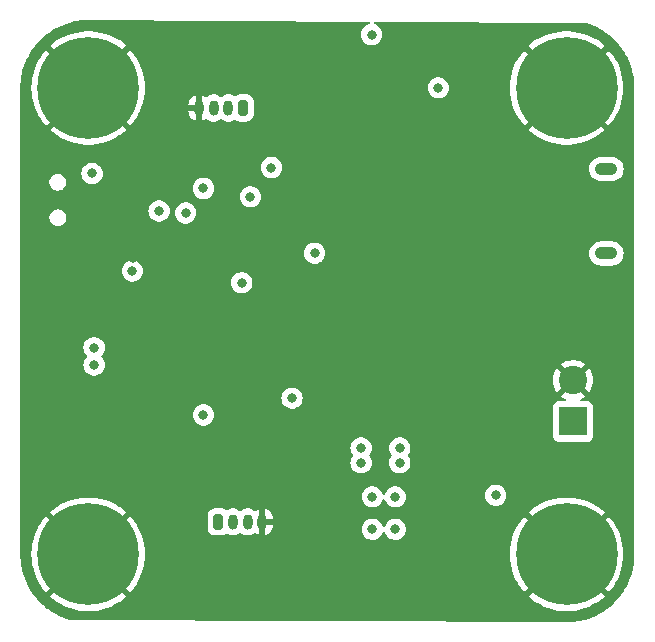
<source format=gbr>
%TF.GenerationSoftware,KiCad,Pcbnew,7.0.2*%
%TF.CreationDate,2023-05-29T20:24:48+05:30*%
%TF.ProjectId,STM_32_Board,53544d5f-3332-45f4-926f-6172642e6b69,rev?*%
%TF.SameCoordinates,Original*%
%TF.FileFunction,Copper,L2,Inr*%
%TF.FilePolarity,Positive*%
%FSLAX46Y46*%
G04 Gerber Fmt 4.6, Leading zero omitted, Abs format (unit mm)*
G04 Created by KiCad (PCBNEW 7.0.2) date 2023-05-29 20:24:48*
%MOMM*%
%LPD*%
G01*
G04 APERTURE LIST*
G04 Aperture macros list*
%AMRoundRect*
0 Rectangle with rounded corners*
0 $1 Rounding radius*
0 $2 $3 $4 $5 $6 $7 $8 $9 X,Y pos of 4 corners*
0 Add a 4 corners polygon primitive as box body*
4,1,4,$2,$3,$4,$5,$6,$7,$8,$9,$2,$3,0*
0 Add four circle primitives for the rounded corners*
1,1,$1+$1,$2,$3*
1,1,$1+$1,$4,$5*
1,1,$1+$1,$6,$7*
1,1,$1+$1,$8,$9*
0 Add four rect primitives between the rounded corners*
20,1,$1+$1,$2,$3,$4,$5,0*
20,1,$1+$1,$4,$5,$6,$7,0*
20,1,$1+$1,$6,$7,$8,$9,0*
20,1,$1+$1,$8,$9,$2,$3,0*%
G04 Aperture macros list end*
%TA.AperFunction,ComponentPad*%
%ADD10RoundRect,0.200000X0.200000X0.450000X-0.200000X0.450000X-0.200000X-0.450000X0.200000X-0.450000X0*%
%TD*%
%TA.AperFunction,ComponentPad*%
%ADD11O,0.800000X1.300000*%
%TD*%
%TA.AperFunction,ComponentPad*%
%ADD12C,0.900000*%
%TD*%
%TA.AperFunction,ComponentPad*%
%ADD13C,8.600000*%
%TD*%
%TA.AperFunction,ComponentPad*%
%ADD14RoundRect,0.200000X-0.200000X-0.450000X0.200000X-0.450000X0.200000X0.450000X-0.200000X0.450000X0*%
%TD*%
%TA.AperFunction,ComponentPad*%
%ADD15R,2.400000X2.400000*%
%TD*%
%TA.AperFunction,ComponentPad*%
%ADD16C,2.400000*%
%TD*%
%TA.AperFunction,ComponentPad*%
%ADD17O,1.900000X1.050000*%
%TD*%
%TA.AperFunction,ViaPad*%
%ADD18C,0.800000*%
%TD*%
G04 APERTURE END LIST*
D10*
%TO.N,+3.3V*%
%TO.C,J3*%
X202611800Y-61745000D03*
D11*
%TO.N,I2C1_SCL*%
X201361800Y-61745000D03*
%TO.N,I2C1_SDA*%
X200111800Y-61745000D03*
%TO.N,GND*%
X198861800Y-61745000D03*
%TD*%
D12*
%TO.N,GND*%
%TO.C,H3*%
X226761800Y-99545000D03*
X227706381Y-97264581D03*
X227706381Y-101825419D03*
X229986800Y-96320000D03*
D13*
X229986800Y-99545000D03*
D12*
X229986800Y-102770000D03*
X232267219Y-97264581D03*
X232267219Y-101825419D03*
X233211800Y-99545000D03*
%TD*%
%TO.N,GND*%
%TO.C,H4*%
X186261800Y-99545000D03*
X187206381Y-97264581D03*
X187206381Y-101825419D03*
X189486800Y-96320000D03*
D13*
X189486800Y-99545000D03*
D12*
X189486800Y-102770000D03*
X191767219Y-97264581D03*
X191767219Y-101825419D03*
X192711800Y-99545000D03*
%TD*%
%TO.N,GND*%
%TO.C,H2*%
X226761800Y-60045000D03*
X227706381Y-57764581D03*
X227706381Y-62325419D03*
X229986800Y-56820000D03*
D13*
X229986800Y-60045000D03*
D12*
X229986800Y-63270000D03*
X232267219Y-57764581D03*
X232267219Y-62325419D03*
X233211800Y-60045000D03*
%TD*%
D14*
%TO.N,+3.3V*%
%TO.C,J4*%
X200486800Y-96795000D03*
D11*
%TO.N,USART3_Tx*%
X201736800Y-96795000D03*
%TO.N,USART3_Rx*%
X202986800Y-96795000D03*
%TO.N,GND*%
X204236800Y-96795000D03*
%TD*%
D15*
%TO.N,+12V*%
%TO.C,J1*%
X230536800Y-88295000D03*
D16*
%TO.N,GND*%
X230536800Y-84795000D03*
%TD*%
D12*
%TO.N,GND*%
%TO.C,H1*%
X186261800Y-60045000D03*
X187206381Y-57764581D03*
X187206381Y-62325419D03*
X189486800Y-56820000D03*
D13*
X189486800Y-60045000D03*
D12*
X189486800Y-63270000D03*
X191767219Y-57764581D03*
X191767219Y-62325419D03*
X192711800Y-60045000D03*
%TD*%
D17*
%TO.N,unconnected-(J5-Shield-Pad6)*%
%TO.C,J5*%
X233361800Y-74070000D03*
X233361800Y-66920000D03*
%TD*%
D18*
%TO.N,GND*%
X192061800Y-84820000D03*
X192451161Y-76935106D03*
X188286800Y-79370000D03*
X229536800Y-68770000D03*
X222861800Y-85870000D03*
X228486800Y-92045000D03*
X218436800Y-95520000D03*
X221011800Y-92520000D03*
X224736800Y-81845000D03*
X193961800Y-80345000D03*
X189836800Y-71845000D03*
X219161800Y-62070000D03*
X218486800Y-85070000D03*
X228586800Y-67820000D03*
X226361800Y-88220000D03*
X227636800Y-91220000D03*
X209961800Y-73570000D03*
X218436800Y-96770000D03*
X226261800Y-68745000D03*
X218436800Y-83870000D03*
X207861800Y-87545000D03*
X199336800Y-71370000D03*
X218461800Y-98295000D03*
X228561800Y-68745000D03*
X207961800Y-72445000D03*
X220986800Y-93495000D03*
X224811800Y-85820000D03*
X193936800Y-70470000D03*
X225511800Y-87395000D03*
X208336800Y-85645000D03*
X190711800Y-74570000D03*
X192736800Y-80345000D03*
X208386800Y-55495000D03*
X210861800Y-55545000D03*
X212136800Y-55545000D03*
X193236800Y-74470000D03*
X218386800Y-93870000D03*
X229511800Y-67870000D03*
X197561800Y-87020000D03*
X226111800Y-81845000D03*
%TO.N,+3.3V*%
X208656800Y-74045000D03*
X199236800Y-68555000D03*
X193216800Y-75545000D03*
X213536800Y-94670000D03*
X213486800Y-55545000D03*
X219124300Y-60045000D03*
X206736800Y-86325000D03*
X189816800Y-67295000D03*
X212586800Y-90545000D03*
X215866800Y-90545000D03*
X197736800Y-70645000D03*
X189986800Y-82045000D03*
X203215060Y-69273260D03*
X199236800Y-87745000D03*
X213536800Y-97420000D03*
X189986800Y-83515000D03*
X223986800Y-94545000D03*
X215486800Y-97420000D03*
X195486800Y-70475000D03*
X215866800Y-91795000D03*
X215486800Y-94670000D03*
X212586800Y-91795000D03*
%TO.N,NRST*%
X202486800Y-76545000D03*
X204986800Y-66795000D03*
%TD*%
%TA.AperFunction,Conductor*%
%TO.N,GND*%
G36*
X187911831Y-101015918D02*
G01*
X188126790Y-101216676D01*
X188151344Y-101234008D01*
X187501727Y-101883625D01*
X187510276Y-101853579D01*
X187499927Y-101741898D01*
X187449933Y-101641497D01*
X187367047Y-101565935D01*
X187262461Y-101525419D01*
X187178579Y-101525419D01*
X187146905Y-101531339D01*
X187799903Y-100878341D01*
X187911831Y-101015918D01*
G37*
%TD.AperFunction*%
%TA.AperFunction,Conductor*%
G36*
X191820773Y-101525419D02*
G01*
X191739417Y-101525419D01*
X191656969Y-101540831D01*
X191561609Y-101599876D01*
X191494018Y-101689381D01*
X191463324Y-101797259D01*
X191471271Y-101883025D01*
X190822255Y-101234008D01*
X190846810Y-101216676D01*
X191061769Y-101015918D01*
X191173695Y-100878342D01*
X191820773Y-101525419D01*
G37*
%TD.AperFunction*%
%TA.AperFunction,Conductor*%
G36*
X188151345Y-97855991D02*
G01*
X188126790Y-97873324D01*
X187911831Y-98074082D01*
X187799904Y-98211657D01*
X187152827Y-97564581D01*
X187234183Y-97564581D01*
X187316631Y-97549169D01*
X187411991Y-97490124D01*
X187479582Y-97400619D01*
X187510276Y-97292741D01*
X187502328Y-97206974D01*
X188151345Y-97855991D01*
G37*
%TD.AperFunction*%
%TA.AperFunction,Conductor*%
G36*
X191463324Y-97236421D02*
G01*
X191473673Y-97348102D01*
X191523667Y-97448503D01*
X191606553Y-97524065D01*
X191711139Y-97564581D01*
X191795021Y-97564581D01*
X191826690Y-97558661D01*
X191173694Y-98211656D01*
X191061769Y-98074082D01*
X190846810Y-97873324D01*
X190822253Y-97855990D01*
X191471874Y-97206369D01*
X191463324Y-97236421D01*
G37*
%TD.AperFunction*%
%TA.AperFunction,Conductor*%
G36*
X228411831Y-101015918D02*
G01*
X228626790Y-101216676D01*
X228651344Y-101234008D01*
X228001727Y-101883625D01*
X228010276Y-101853579D01*
X227999927Y-101741898D01*
X227949933Y-101641497D01*
X227867047Y-101565935D01*
X227762461Y-101525419D01*
X227678579Y-101525419D01*
X227646905Y-101531339D01*
X228299903Y-100878341D01*
X228411831Y-101015918D01*
G37*
%TD.AperFunction*%
%TA.AperFunction,Conductor*%
G36*
X232320773Y-101525419D02*
G01*
X232239417Y-101525419D01*
X232156969Y-101540831D01*
X232061609Y-101599876D01*
X231994018Y-101689381D01*
X231963324Y-101797259D01*
X231971271Y-101883025D01*
X231322255Y-101234008D01*
X231346810Y-101216676D01*
X231561769Y-101015918D01*
X231673695Y-100878342D01*
X232320773Y-101525419D01*
G37*
%TD.AperFunction*%
%TA.AperFunction,Conductor*%
G36*
X228651345Y-97855991D02*
G01*
X228626790Y-97873324D01*
X228411831Y-98074082D01*
X228299904Y-98211657D01*
X227652827Y-97564581D01*
X227734183Y-97564581D01*
X227816631Y-97549169D01*
X227911991Y-97490124D01*
X227979582Y-97400619D01*
X228010276Y-97292741D01*
X228002328Y-97206974D01*
X228651345Y-97855991D01*
G37*
%TD.AperFunction*%
%TA.AperFunction,Conductor*%
G36*
X231963324Y-97236421D02*
G01*
X231973673Y-97348102D01*
X232023667Y-97448503D01*
X232106553Y-97524065D01*
X232211139Y-97564581D01*
X232295021Y-97564581D01*
X232326690Y-97558661D01*
X231673694Y-98211656D01*
X231561769Y-98074082D01*
X231346810Y-97873324D01*
X231322253Y-97855990D01*
X231971874Y-97206369D01*
X231963324Y-97236421D01*
G37*
%TD.AperFunction*%
%TA.AperFunction,Conductor*%
G36*
X187911831Y-61515918D02*
G01*
X188126790Y-61716676D01*
X188151344Y-61734008D01*
X187501727Y-62383625D01*
X187510276Y-62353579D01*
X187499927Y-62241898D01*
X187449933Y-62141497D01*
X187367047Y-62065935D01*
X187262461Y-62025419D01*
X187178579Y-62025419D01*
X187146905Y-62031339D01*
X187799903Y-61378341D01*
X187911831Y-61515918D01*
G37*
%TD.AperFunction*%
%TA.AperFunction,Conductor*%
G36*
X191820773Y-62025419D02*
G01*
X191739417Y-62025419D01*
X191656969Y-62040831D01*
X191561609Y-62099876D01*
X191494018Y-62189381D01*
X191463324Y-62297259D01*
X191471271Y-62383025D01*
X190822255Y-61734008D01*
X190846810Y-61716676D01*
X191061769Y-61515918D01*
X191173695Y-61378341D01*
X191820773Y-62025419D01*
G37*
%TD.AperFunction*%
%TA.AperFunction,Conductor*%
G36*
X188151345Y-58355991D02*
G01*
X188126790Y-58373324D01*
X187911831Y-58574082D01*
X187799904Y-58711657D01*
X187152827Y-58064581D01*
X187234183Y-58064581D01*
X187316631Y-58049169D01*
X187411991Y-57990124D01*
X187479582Y-57900619D01*
X187510276Y-57792741D01*
X187502328Y-57706974D01*
X188151345Y-58355991D01*
G37*
%TD.AperFunction*%
%TA.AperFunction,Conductor*%
G36*
X191463324Y-57736421D02*
G01*
X191473673Y-57848102D01*
X191523667Y-57948503D01*
X191606553Y-58024065D01*
X191711139Y-58064581D01*
X191795021Y-58064581D01*
X191826690Y-58058661D01*
X191173694Y-58711656D01*
X191061769Y-58574082D01*
X190846810Y-58373324D01*
X190822253Y-58355990D01*
X191471874Y-57706369D01*
X191463324Y-57736421D01*
G37*
%TD.AperFunction*%
%TA.AperFunction,Conductor*%
G36*
X228411831Y-61515918D02*
G01*
X228626790Y-61716676D01*
X228651344Y-61734008D01*
X228001727Y-62383625D01*
X228010276Y-62353579D01*
X227999927Y-62241898D01*
X227949933Y-62141497D01*
X227867047Y-62065935D01*
X227762461Y-62025419D01*
X227678579Y-62025419D01*
X227646905Y-62031339D01*
X228299903Y-61378341D01*
X228411831Y-61515918D01*
G37*
%TD.AperFunction*%
%TA.AperFunction,Conductor*%
G36*
X232320773Y-62025419D02*
G01*
X232239417Y-62025419D01*
X232156969Y-62040831D01*
X232061609Y-62099876D01*
X231994018Y-62189381D01*
X231963324Y-62297259D01*
X231971271Y-62383025D01*
X231322255Y-61734008D01*
X231346810Y-61716676D01*
X231561769Y-61515918D01*
X231673695Y-61378341D01*
X232320773Y-62025419D01*
G37*
%TD.AperFunction*%
%TA.AperFunction,Conductor*%
G36*
X228651345Y-58355991D02*
G01*
X228626790Y-58373324D01*
X228411831Y-58574082D01*
X228299904Y-58711657D01*
X227652827Y-58064581D01*
X227734183Y-58064581D01*
X227816631Y-58049169D01*
X227911991Y-57990124D01*
X227979582Y-57900619D01*
X228010276Y-57792741D01*
X228002328Y-57706974D01*
X228651345Y-58355991D01*
G37*
%TD.AperFunction*%
%TA.AperFunction,Conductor*%
G36*
X231963324Y-57736421D02*
G01*
X231973673Y-57848102D01*
X232023667Y-57948503D01*
X232106553Y-58024065D01*
X232211139Y-58064581D01*
X232295021Y-58064581D01*
X232326689Y-58058661D01*
X231673694Y-58711656D01*
X231561769Y-58574082D01*
X231346810Y-58373324D01*
X231322253Y-58355990D01*
X231971874Y-57706369D01*
X231963324Y-57736421D01*
G37*
%TD.AperFunction*%
%TA.AperFunction,Conductor*%
G36*
X213191033Y-54436606D02*
G01*
X213257976Y-54456613D01*
X213303477Y-54509636D01*
X213313088Y-54578842D01*
X213283757Y-54642257D01*
X213224798Y-54679749D01*
X213216220Y-54681895D01*
X213206995Y-54683855D01*
X213034069Y-54760848D01*
X212880929Y-54872110D01*
X212754266Y-55012783D01*
X212659620Y-55176715D01*
X212601126Y-55356742D01*
X212581340Y-55544999D01*
X212601126Y-55733257D01*
X212659620Y-55913284D01*
X212754266Y-56077216D01*
X212880929Y-56217889D01*
X213034069Y-56329151D01*
X213206997Y-56406144D01*
X213392152Y-56445500D01*
X213392154Y-56445500D01*
X213581448Y-56445500D01*
X213704883Y-56419262D01*
X213766603Y-56406144D01*
X213939530Y-56329151D01*
X214092671Y-56217888D01*
X214219333Y-56077216D01*
X214313979Y-55913284D01*
X214372474Y-55733256D01*
X214392260Y-55545000D01*
X214372474Y-55356744D01*
X214331640Y-55231070D01*
X214313979Y-55176715D01*
X214219333Y-55012783D01*
X214092670Y-54872110D01*
X213939530Y-54760848D01*
X213754696Y-54678554D01*
X213755628Y-54676459D01*
X213709617Y-54651619D01*
X213675841Y-54590456D01*
X213680493Y-54520741D01*
X213722098Y-54464609D01*
X213787445Y-54439880D01*
X213797473Y-54439522D01*
X231562981Y-54524933D01*
X231595642Y-54529476D01*
X231704009Y-54559658D01*
X231711646Y-54562055D01*
X231935648Y-54640432D01*
X232146183Y-54718585D01*
X232153054Y-54721376D01*
X232369072Y-54816863D01*
X232371582Y-54818008D01*
X232573794Y-54913023D01*
X232580014Y-54916162D01*
X232758641Y-55012784D01*
X232787683Y-55028493D01*
X232790576Y-55030109D01*
X232984179Y-55141752D01*
X232989622Y-55145084D01*
X233187753Y-55273612D01*
X233190822Y-55275673D01*
X233374454Y-55403170D01*
X233379191Y-55406630D01*
X233566395Y-55550453D01*
X233569799Y-55553166D01*
X233742048Y-55695535D01*
X233746160Y-55699090D01*
X233921264Y-55857288D01*
X233924860Y-55860669D01*
X234084590Y-56016965D01*
X234087998Y-56020435D01*
X234168403Y-56105634D01*
X234249969Y-56192066D01*
X234253624Y-56196114D01*
X234399672Y-56365189D01*
X234402498Y-56368581D01*
X234460269Y-56440486D01*
X234550309Y-56552556D01*
X234553938Y-56557303D01*
X234685312Y-56738005D01*
X234687546Y-56741182D01*
X234716313Y-56783483D01*
X234820264Y-56936347D01*
X234823774Y-56941810D01*
X234939570Y-57132895D01*
X234941262Y-57135775D01*
X235058044Y-57340893D01*
X235061341Y-57347085D01*
X235160722Y-57547172D01*
X235161963Y-57549746D01*
X235262058Y-57763497D01*
X235265045Y-57770414D01*
X235347728Y-57979134D01*
X235430958Y-58201386D01*
X235433532Y-58209005D01*
X235498348Y-58423572D01*
X235509284Y-58461789D01*
X235560610Y-58641164D01*
X235563591Y-58651580D01*
X235565662Y-58659892D01*
X235612204Y-58878744D01*
X235659089Y-59111149D01*
X235660558Y-59120118D01*
X235688529Y-59341415D01*
X235716802Y-59577009D01*
X235717576Y-59586586D01*
X235726814Y-59806860D01*
X235736202Y-60042539D01*
X235736300Y-60047474D01*
X235736300Y-99542574D01*
X235736204Y-99547443D01*
X235726806Y-99786610D01*
X235718105Y-99996985D01*
X235717352Y-100006434D01*
X235689558Y-100241270D01*
X235662643Y-100457192D01*
X235661212Y-100466044D01*
X235615294Y-100696889D01*
X235570322Y-100911370D01*
X235568307Y-100919577D01*
X235504497Y-101145832D01*
X235484227Y-101213918D01*
X235441743Y-101356617D01*
X235439236Y-101364145D01*
X235357879Y-101584675D01*
X235277751Y-101790027D01*
X235274848Y-101796855D01*
X235176987Y-102009132D01*
X235175777Y-102011678D01*
X235079403Y-102208814D01*
X235076192Y-102214943D01*
X234962066Y-102418729D01*
X234960400Y-102421613D01*
X234847987Y-102610268D01*
X234844566Y-102615686D01*
X234714852Y-102809815D01*
X234712667Y-102812978D01*
X234585046Y-102991722D01*
X234581509Y-102996435D01*
X234436995Y-103179752D01*
X234434237Y-103183127D01*
X234292228Y-103350795D01*
X234288662Y-103354824D01*
X234130240Y-103526204D01*
X234126865Y-103529714D01*
X233971514Y-103685065D01*
X233968004Y-103688440D01*
X233796624Y-103846862D01*
X233792595Y-103850428D01*
X233624927Y-103992437D01*
X233621552Y-103995195D01*
X233438235Y-104139709D01*
X233433522Y-104143246D01*
X233254778Y-104270867D01*
X233251615Y-104273052D01*
X233057486Y-104402766D01*
X233052068Y-104406187D01*
X232863413Y-104518600D01*
X232860529Y-104520266D01*
X232656743Y-104634392D01*
X232650614Y-104637603D01*
X232453478Y-104733977D01*
X232450932Y-104735187D01*
X232238661Y-104833045D01*
X232231822Y-104835952D01*
X232026475Y-104916079D01*
X231805943Y-104997437D01*
X231798419Y-104999942D01*
X231587661Y-105062689D01*
X231361376Y-105126507D01*
X231353171Y-105128522D01*
X231138690Y-105173494D01*
X230907844Y-105219412D01*
X230898994Y-105220842D01*
X230683061Y-105247759D01*
X230503361Y-105269028D01*
X230488195Y-105269886D01*
X187915122Y-105066187D01*
X187880414Y-105061044D01*
X187685887Y-105003130D01*
X187675186Y-104999944D01*
X187667657Y-104997437D01*
X187447125Y-104916079D01*
X187241774Y-104835952D01*
X187241763Y-104835947D01*
X187234942Y-104833048D01*
X187234935Y-104833045D01*
X187200566Y-104817200D01*
X187022666Y-104735187D01*
X187020120Y-104733977D01*
X186822984Y-104637603D01*
X186816855Y-104634392D01*
X186613069Y-104520266D01*
X186610185Y-104518600D01*
X186421530Y-104406187D01*
X186416123Y-104402773D01*
X186307293Y-104330055D01*
X186221983Y-104273052D01*
X186218820Y-104270867D01*
X186040076Y-104143246D01*
X186035363Y-104139709D01*
X185852046Y-103995195D01*
X185848685Y-103992448D01*
X185788840Y-103941763D01*
X185681003Y-103850428D01*
X185676974Y-103846862D01*
X185505594Y-103688440D01*
X185502084Y-103685065D01*
X185346733Y-103529714D01*
X185343358Y-103526204D01*
X185184936Y-103354824D01*
X185181370Y-103350795D01*
X185125836Y-103285227D01*
X185039340Y-103183102D01*
X185036625Y-103179780D01*
X184892089Y-102996435D01*
X184888552Y-102991722D01*
X184760906Y-102812942D01*
X184758746Y-102809815D01*
X184629013Y-102615656D01*
X184625620Y-102610283D01*
X184571913Y-102520151D01*
X184513198Y-102421613D01*
X184511532Y-102418729D01*
X184397406Y-102214943D01*
X184394195Y-102208814D01*
X184297821Y-102011678D01*
X184296629Y-102009171D01*
X184198747Y-101796847D01*
X184195848Y-101790027D01*
X184115717Y-101584666D01*
X184092455Y-101521612D01*
X184034351Y-101364116D01*
X184031856Y-101356618D01*
X184031856Y-101356617D01*
X183969111Y-101145861D01*
X183905286Y-100919556D01*
X183903279Y-100911384D01*
X183858316Y-100696945D01*
X183812380Y-100466009D01*
X183810959Y-100457216D01*
X183784042Y-100241270D01*
X183756243Y-100006406D01*
X183755495Y-99997013D01*
X183746793Y-99786610D01*
X183737409Y-99547783D01*
X184682087Y-99547783D01*
X184701180Y-99972924D01*
X184701677Y-99978452D01*
X184758804Y-100400177D01*
X184759798Y-100405654D01*
X184854497Y-100820557D01*
X184855973Y-100825905D01*
X184987478Y-101230637D01*
X184989444Y-101235876D01*
X185156693Y-101627172D01*
X185159110Y-101632193D01*
X185360775Y-102006949D01*
X185363627Y-102011722D01*
X185598067Y-102366885D01*
X185601340Y-102371391D01*
X185866679Y-102704114D01*
X185870343Y-102708308D01*
X185919023Y-102759222D01*
X186911035Y-101767209D01*
X186902486Y-101797259D01*
X186912835Y-101908940D01*
X186962829Y-102009341D01*
X187045715Y-102084903D01*
X187150301Y-102125419D01*
X187234183Y-102125419D01*
X187265853Y-102119498D01*
X186273677Y-103111675D01*
X186488940Y-103299745D01*
X186493282Y-103303208D01*
X186837575Y-103553351D01*
X186842212Y-103556412D01*
X187207563Y-103774700D01*
X187212434Y-103777321D01*
X187595865Y-103961971D01*
X187600992Y-103964163D01*
X187999412Y-104113692D01*
X188004710Y-104115413D01*
X188414933Y-104228628D01*
X188420368Y-104229869D01*
X188839090Y-104305855D01*
X188844600Y-104306602D01*
X189268468Y-104344751D01*
X189274009Y-104345000D01*
X189699591Y-104345000D01*
X189705131Y-104344751D01*
X190128999Y-104306602D01*
X190134509Y-104305855D01*
X190553231Y-104229869D01*
X190558666Y-104228628D01*
X190968889Y-104115413D01*
X190974187Y-104113692D01*
X191372607Y-103964163D01*
X191377734Y-103961971D01*
X191761165Y-103777321D01*
X191766036Y-103774700D01*
X192131387Y-103556412D01*
X192136024Y-103553351D01*
X192480305Y-103303216D01*
X192484677Y-103299730D01*
X192699921Y-103111676D01*
X192699921Y-103111675D01*
X191713665Y-102125419D01*
X191795021Y-102125419D01*
X191877469Y-102110007D01*
X191972829Y-102050962D01*
X192040420Y-101961457D01*
X192071114Y-101853579D01*
X192063166Y-101767812D01*
X193054575Y-102759221D01*
X193103267Y-102708295D01*
X193106919Y-102704115D01*
X193372259Y-102371391D01*
X193375532Y-102366885D01*
X193609972Y-102011722D01*
X193612824Y-102006949D01*
X193814489Y-101632193D01*
X193816906Y-101627172D01*
X193984155Y-101235876D01*
X193986121Y-101230637D01*
X194117626Y-100825905D01*
X194119102Y-100820557D01*
X194213801Y-100405654D01*
X194214795Y-100400177D01*
X194271922Y-99978452D01*
X194272419Y-99972924D01*
X194291513Y-99547783D01*
X225182087Y-99547783D01*
X225201180Y-99972924D01*
X225201677Y-99978452D01*
X225258804Y-100400177D01*
X225259798Y-100405654D01*
X225354497Y-100820557D01*
X225355973Y-100825905D01*
X225487478Y-101230637D01*
X225489444Y-101235876D01*
X225656693Y-101627172D01*
X225659110Y-101632193D01*
X225860775Y-102006949D01*
X225863627Y-102011722D01*
X226098067Y-102366885D01*
X226101340Y-102371391D01*
X226366679Y-102704114D01*
X226370343Y-102708308D01*
X226419023Y-102759222D01*
X227411035Y-101767209D01*
X227402486Y-101797259D01*
X227412835Y-101908940D01*
X227462829Y-102009341D01*
X227545715Y-102084903D01*
X227650301Y-102125419D01*
X227734183Y-102125419D01*
X227765853Y-102119498D01*
X226773677Y-103111675D01*
X226988940Y-103299745D01*
X226993282Y-103303208D01*
X227337575Y-103553351D01*
X227342212Y-103556412D01*
X227707563Y-103774700D01*
X227712434Y-103777321D01*
X228095865Y-103961971D01*
X228100992Y-103964163D01*
X228499412Y-104113692D01*
X228504710Y-104115413D01*
X228914933Y-104228628D01*
X228920368Y-104229869D01*
X229339090Y-104305855D01*
X229344600Y-104306602D01*
X229768468Y-104344751D01*
X229774009Y-104345000D01*
X230199591Y-104345000D01*
X230205131Y-104344751D01*
X230628999Y-104306602D01*
X230634509Y-104305855D01*
X231053231Y-104229869D01*
X231058666Y-104228628D01*
X231468889Y-104115413D01*
X231474187Y-104113692D01*
X231872607Y-103964163D01*
X231877734Y-103961971D01*
X232261165Y-103777321D01*
X232266036Y-103774700D01*
X232631387Y-103556412D01*
X232636024Y-103553351D01*
X232980305Y-103303216D01*
X232984677Y-103299730D01*
X233199921Y-103111676D01*
X233199921Y-103111675D01*
X232213665Y-102125419D01*
X232295021Y-102125419D01*
X232377469Y-102110007D01*
X232472829Y-102050962D01*
X232540420Y-101961457D01*
X232571114Y-101853579D01*
X232563166Y-101767812D01*
X233554575Y-102759221D01*
X233603267Y-102708295D01*
X233606919Y-102704115D01*
X233872259Y-102371391D01*
X233875532Y-102366885D01*
X234109972Y-102011722D01*
X234112824Y-102006949D01*
X234314489Y-101632193D01*
X234316906Y-101627172D01*
X234484155Y-101235876D01*
X234486121Y-101230637D01*
X234617626Y-100825905D01*
X234619102Y-100820557D01*
X234713801Y-100405654D01*
X234714795Y-100400177D01*
X234771922Y-99978452D01*
X234772419Y-99972924D01*
X234791513Y-99547783D01*
X234791513Y-99542216D01*
X234772419Y-99117075D01*
X234771922Y-99111547D01*
X234714795Y-98689822D01*
X234713801Y-98684345D01*
X234619102Y-98269442D01*
X234617626Y-98264094D01*
X234486121Y-97859362D01*
X234484155Y-97854123D01*
X234316906Y-97462827D01*
X234314489Y-97457806D01*
X234112824Y-97083050D01*
X234109972Y-97078277D01*
X233875532Y-96723114D01*
X233872259Y-96718608D01*
X233606920Y-96385885D01*
X233603256Y-96381691D01*
X233554575Y-96330776D01*
X232562565Y-97322785D01*
X232571114Y-97292741D01*
X232560765Y-97181060D01*
X232510771Y-97080659D01*
X232427885Y-97005097D01*
X232323299Y-96964581D01*
X232239417Y-96964581D01*
X232207741Y-96970502D01*
X233199921Y-95978323D01*
X232984659Y-95790254D01*
X232980317Y-95786791D01*
X232636024Y-95536648D01*
X232631387Y-95533587D01*
X232266036Y-95315299D01*
X232261165Y-95312678D01*
X231877734Y-95128028D01*
X231872607Y-95125836D01*
X231474187Y-94976307D01*
X231468889Y-94974586D01*
X231058666Y-94861371D01*
X231053231Y-94860130D01*
X230634509Y-94784144D01*
X230628999Y-94783397D01*
X230205131Y-94745248D01*
X230199591Y-94745000D01*
X229774009Y-94745000D01*
X229768468Y-94745248D01*
X229344600Y-94783397D01*
X229339090Y-94784144D01*
X228920368Y-94860130D01*
X228914933Y-94861371D01*
X228504710Y-94974586D01*
X228499412Y-94976307D01*
X228100992Y-95125836D01*
X228095865Y-95128028D01*
X227712434Y-95312678D01*
X227707563Y-95315299D01*
X227342212Y-95533587D01*
X227337575Y-95536648D01*
X226993282Y-95786791D01*
X226988940Y-95790254D01*
X226773677Y-95978322D01*
X226773677Y-95978323D01*
X227759935Y-96964581D01*
X227678579Y-96964581D01*
X227596131Y-96979993D01*
X227500771Y-97039038D01*
X227433180Y-97128543D01*
X227402486Y-97236421D01*
X227410433Y-97322187D01*
X226419023Y-96330777D01*
X226370343Y-96381692D01*
X226366674Y-96385891D01*
X226101340Y-96718608D01*
X226098067Y-96723114D01*
X225863627Y-97078277D01*
X225860775Y-97083050D01*
X225659110Y-97457806D01*
X225656693Y-97462827D01*
X225489444Y-97854123D01*
X225487478Y-97859362D01*
X225355973Y-98264094D01*
X225354497Y-98269442D01*
X225259798Y-98684345D01*
X225258804Y-98689822D01*
X225201677Y-99111547D01*
X225201180Y-99117075D01*
X225182087Y-99542216D01*
X225182087Y-99547783D01*
X194291513Y-99547783D01*
X194291513Y-99542216D01*
X194272419Y-99117075D01*
X194271922Y-99111547D01*
X194214795Y-98689822D01*
X194213801Y-98684345D01*
X194119102Y-98269442D01*
X194117626Y-98264094D01*
X193986121Y-97859362D01*
X193984155Y-97854123D01*
X193816906Y-97462827D01*
X193814489Y-97457806D01*
X193730439Y-97301616D01*
X199586300Y-97301616D01*
X199586554Y-97304420D01*
X199586555Y-97304424D01*
X199592713Y-97372193D01*
X199592714Y-97372196D01*
X199643322Y-97534606D01*
X199643323Y-97534607D01*
X199731328Y-97680186D01*
X199851613Y-97800471D01*
X199851615Y-97800472D01*
X199997194Y-97888478D01*
X200159604Y-97939086D01*
X200230184Y-97945500D01*
X200233003Y-97945500D01*
X200740597Y-97945500D01*
X200743416Y-97945500D01*
X200813996Y-97939086D01*
X200976406Y-97888478D01*
X201118469Y-97802596D01*
X201186021Y-97784761D01*
X201252495Y-97806278D01*
X201255501Y-97808394D01*
X201284070Y-97829151D01*
X201284071Y-97829151D01*
X201284072Y-97829152D01*
X201456997Y-97906144D01*
X201642152Y-97945500D01*
X201642154Y-97945500D01*
X201831448Y-97945500D01*
X201989217Y-97911965D01*
X202016603Y-97906144D01*
X202189530Y-97829151D01*
X202288915Y-97756943D01*
X202354721Y-97733464D01*
X202422774Y-97749289D01*
X202434678Y-97756939D01*
X202534070Y-97829151D01*
X202534071Y-97829151D01*
X202534072Y-97829152D01*
X202706997Y-97906144D01*
X202892152Y-97945500D01*
X202892154Y-97945500D01*
X203081448Y-97945500D01*
X203239217Y-97911965D01*
X203266603Y-97906144D01*
X203383443Y-97854123D01*
X203439527Y-97829153D01*
X203439530Y-97829151D01*
X203539341Y-97756634D01*
X203605145Y-97733155D01*
X203673199Y-97748980D01*
X203685111Y-97756635D01*
X203784321Y-97828716D01*
X203957153Y-97905664D01*
X203986800Y-97911965D01*
X203986800Y-96819623D01*
X204001305Y-96892545D01*
X204056560Y-96975240D01*
X204139255Y-97030495D01*
X204212176Y-97045000D01*
X204261424Y-97045000D01*
X204486799Y-97045000D01*
X204486799Y-97911965D01*
X204516445Y-97905664D01*
X204689278Y-97828716D01*
X204842335Y-97717513D01*
X204968926Y-97576920D01*
X205059523Y-97420000D01*
X212631340Y-97420000D01*
X212635841Y-97462827D01*
X212651126Y-97608257D01*
X212709620Y-97788284D01*
X212804266Y-97952216D01*
X212930929Y-98092889D01*
X213084069Y-98204151D01*
X213256997Y-98281144D01*
X213442152Y-98320500D01*
X213442154Y-98320500D01*
X213631448Y-98320500D01*
X213754883Y-98294262D01*
X213816603Y-98281144D01*
X213989530Y-98204151D01*
X214142671Y-98092888D01*
X214269333Y-97952216D01*
X214363979Y-97788284D01*
X214393869Y-97696291D01*
X214433306Y-97638617D01*
X214497665Y-97611418D01*
X214566511Y-97623332D01*
X214617987Y-97670576D01*
X214629731Y-97696292D01*
X214659620Y-97788284D01*
X214754266Y-97952216D01*
X214880929Y-98092889D01*
X215034069Y-98204151D01*
X215206997Y-98281144D01*
X215392152Y-98320500D01*
X215392154Y-98320500D01*
X215581448Y-98320500D01*
X215704883Y-98294262D01*
X215766603Y-98281144D01*
X215939530Y-98204151D01*
X216092671Y-98092888D01*
X216219333Y-97952216D01*
X216313979Y-97788284D01*
X216372474Y-97608256D01*
X216392260Y-97420000D01*
X216372474Y-97231744D01*
X216338942Y-97128543D01*
X216313979Y-97051715D01*
X216219333Y-96887783D01*
X216092670Y-96747110D01*
X215939530Y-96635848D01*
X215766602Y-96558855D01*
X215581448Y-96519500D01*
X215581446Y-96519500D01*
X215392154Y-96519500D01*
X215392152Y-96519500D01*
X215206997Y-96558855D01*
X215034069Y-96635848D01*
X214880929Y-96747110D01*
X214754266Y-96887783D01*
X214659620Y-97051715D01*
X214629731Y-97143707D01*
X214590294Y-97201383D01*
X214525935Y-97228581D01*
X214457089Y-97216666D01*
X214405613Y-97169422D01*
X214393869Y-97143707D01*
X214363979Y-97051715D01*
X214269333Y-96887783D01*
X214142670Y-96747110D01*
X213989530Y-96635848D01*
X213816602Y-96558855D01*
X213631448Y-96519500D01*
X213631446Y-96519500D01*
X213442154Y-96519500D01*
X213442152Y-96519500D01*
X213256997Y-96558855D01*
X213084069Y-96635848D01*
X212930929Y-96747110D01*
X212804266Y-96887783D01*
X212709620Y-97051715D01*
X212651126Y-97231742D01*
X212633377Y-97400619D01*
X212631340Y-97420000D01*
X205059523Y-97420000D01*
X205063519Y-97413079D01*
X205121981Y-97233152D01*
X205136461Y-97095383D01*
X205136800Y-97088922D01*
X205136800Y-97045000D01*
X204486799Y-97045000D01*
X204261424Y-97045000D01*
X204334345Y-97030495D01*
X204417040Y-96975240D01*
X204472295Y-96892545D01*
X204491698Y-96795000D01*
X204472295Y-96697455D01*
X204417040Y-96614760D01*
X204334345Y-96559505D01*
X204261424Y-96545000D01*
X204212176Y-96545000D01*
X204139255Y-96559505D01*
X204056560Y-96614760D01*
X204001305Y-96697455D01*
X203986800Y-96770376D01*
X203986800Y-95678033D01*
X203957153Y-95684335D01*
X203784318Y-95761285D01*
X203685110Y-95833364D01*
X203619304Y-95856844D01*
X203551250Y-95841018D01*
X203539340Y-95833364D01*
X203439530Y-95760848D01*
X203266602Y-95683855D01*
X203239206Y-95678032D01*
X204486799Y-95678032D01*
X204486799Y-96544999D01*
X204486801Y-96545000D01*
X205136799Y-96545000D01*
X205136800Y-96501077D01*
X205136461Y-96494616D01*
X205121981Y-96356847D01*
X205063519Y-96176920D01*
X204968926Y-96013079D01*
X204842332Y-95872484D01*
X204689282Y-95761285D01*
X204516445Y-95684333D01*
X204486799Y-95678032D01*
X203239206Y-95678032D01*
X203081448Y-95644500D01*
X203081446Y-95644500D01*
X202892154Y-95644500D01*
X202892152Y-95644500D01*
X202706997Y-95683855D01*
X202534069Y-95760848D01*
X202434685Y-95833055D01*
X202368879Y-95856535D01*
X202300825Y-95840709D01*
X202288915Y-95833055D01*
X202189530Y-95760848D01*
X202016602Y-95683855D01*
X201831448Y-95644500D01*
X201831446Y-95644500D01*
X201642154Y-95644500D01*
X201642152Y-95644500D01*
X201456997Y-95683855D01*
X201284068Y-95760849D01*
X201255500Y-95781604D01*
X201189693Y-95805082D01*
X201121640Y-95789255D01*
X201118468Y-95787401D01*
X201020143Y-95727962D01*
X200976406Y-95701522D01*
X200813996Y-95650914D01*
X200813993Y-95650913D01*
X200746224Y-95644755D01*
X200746220Y-95644754D01*
X200743416Y-95644500D01*
X200230184Y-95644500D01*
X200227380Y-95644754D01*
X200227375Y-95644755D01*
X200159606Y-95650913D01*
X200078399Y-95676217D01*
X199997194Y-95701522D01*
X199997192Y-95701522D01*
X199997192Y-95701523D01*
X199851613Y-95789528D01*
X199731328Y-95909813D01*
X199643323Y-96055392D01*
X199592713Y-96217806D01*
X199586555Y-96285575D01*
X199586300Y-96288384D01*
X199586300Y-97301616D01*
X193730439Y-97301616D01*
X193612824Y-97083050D01*
X193609972Y-97078277D01*
X193375532Y-96723114D01*
X193372259Y-96718608D01*
X193106920Y-96385885D01*
X193103256Y-96381691D01*
X193054575Y-96330776D01*
X192062565Y-97322785D01*
X192071114Y-97292741D01*
X192060765Y-97181060D01*
X192010771Y-97080659D01*
X191927885Y-97005097D01*
X191823299Y-96964581D01*
X191739417Y-96964581D01*
X191707741Y-96970502D01*
X192699921Y-95978323D01*
X192484659Y-95790254D01*
X192480317Y-95786791D01*
X192136024Y-95536648D01*
X192131387Y-95533587D01*
X191766036Y-95315299D01*
X191761165Y-95312678D01*
X191377734Y-95128028D01*
X191372607Y-95125836D01*
X190974187Y-94976307D01*
X190968889Y-94974586D01*
X190558666Y-94861371D01*
X190553231Y-94860130D01*
X190134509Y-94784144D01*
X190128999Y-94783397D01*
X189705131Y-94745248D01*
X189699591Y-94745000D01*
X189274009Y-94745000D01*
X189268468Y-94745248D01*
X188844600Y-94783397D01*
X188839090Y-94784144D01*
X188420368Y-94860130D01*
X188414933Y-94861371D01*
X188004710Y-94974586D01*
X187999412Y-94976307D01*
X187600992Y-95125836D01*
X187595865Y-95128028D01*
X187212434Y-95312678D01*
X187207563Y-95315299D01*
X186842212Y-95533587D01*
X186837575Y-95536648D01*
X186493282Y-95786791D01*
X186488940Y-95790254D01*
X186273677Y-95978322D01*
X186273677Y-95978323D01*
X187259935Y-96964581D01*
X187178579Y-96964581D01*
X187096131Y-96979993D01*
X187000771Y-97039038D01*
X186933180Y-97128543D01*
X186902486Y-97236421D01*
X186910433Y-97322187D01*
X185919023Y-96330777D01*
X185870343Y-96381692D01*
X185866674Y-96385891D01*
X185601340Y-96718608D01*
X185598067Y-96723114D01*
X185363627Y-97078277D01*
X185360775Y-97083050D01*
X185159110Y-97457806D01*
X185156693Y-97462827D01*
X184989444Y-97854123D01*
X184987478Y-97859362D01*
X184855973Y-98264094D01*
X184854497Y-98269442D01*
X184759798Y-98684345D01*
X184758804Y-98689822D01*
X184701677Y-99111547D01*
X184701180Y-99117075D01*
X184682087Y-99542216D01*
X184682087Y-99547783D01*
X183737409Y-99547783D01*
X183737396Y-99547443D01*
X183737300Y-99542575D01*
X183737300Y-94670000D01*
X212631340Y-94670000D01*
X212651126Y-94858257D01*
X212709620Y-95038284D01*
X212804266Y-95202216D01*
X212930929Y-95342889D01*
X213084069Y-95454151D01*
X213256997Y-95531144D01*
X213442152Y-95570500D01*
X213442154Y-95570500D01*
X213631448Y-95570500D01*
X213805109Y-95533587D01*
X213816603Y-95531144D01*
X213989530Y-95454151D01*
X214142671Y-95342888D01*
X214269333Y-95202216D01*
X214363979Y-95038284D01*
X214393869Y-94946291D01*
X214433306Y-94888617D01*
X214497665Y-94861418D01*
X214566511Y-94873332D01*
X214617987Y-94920576D01*
X214629731Y-94946292D01*
X214659620Y-95038284D01*
X214754266Y-95202216D01*
X214880929Y-95342889D01*
X215034069Y-95454151D01*
X215206997Y-95531144D01*
X215392152Y-95570500D01*
X215392154Y-95570500D01*
X215581448Y-95570500D01*
X215755109Y-95533587D01*
X215766603Y-95531144D01*
X215939530Y-95454151D01*
X216092671Y-95342888D01*
X216219333Y-95202216D01*
X216313979Y-95038284D01*
X216372474Y-94858256D01*
X216392260Y-94670000D01*
X216379122Y-94544999D01*
X223081340Y-94544999D01*
X223101126Y-94733257D01*
X223159620Y-94913284D01*
X223254266Y-95077216D01*
X223380929Y-95217889D01*
X223534069Y-95329151D01*
X223706997Y-95406144D01*
X223892152Y-95445500D01*
X223892154Y-95445500D01*
X224081448Y-95445500D01*
X224204883Y-95419262D01*
X224266603Y-95406144D01*
X224439530Y-95329151D01*
X224592671Y-95217888D01*
X224719333Y-95077216D01*
X224813979Y-94913284D01*
X224872474Y-94733256D01*
X224892260Y-94545000D01*
X224872474Y-94356744D01*
X224813979Y-94176716D01*
X224813979Y-94176715D01*
X224719333Y-94012783D01*
X224592670Y-93872110D01*
X224439530Y-93760848D01*
X224266602Y-93683855D01*
X224081448Y-93644500D01*
X224081446Y-93644500D01*
X223892154Y-93644500D01*
X223892152Y-93644500D01*
X223706997Y-93683855D01*
X223534069Y-93760848D01*
X223380929Y-93872110D01*
X223254266Y-94012783D01*
X223159620Y-94176715D01*
X223101126Y-94356742D01*
X223081340Y-94544999D01*
X216379122Y-94544999D01*
X216372474Y-94481744D01*
X216313979Y-94301716D01*
X216313979Y-94301715D01*
X216219333Y-94137783D01*
X216092670Y-93997110D01*
X215939530Y-93885848D01*
X215766602Y-93808855D01*
X215581448Y-93769500D01*
X215581446Y-93769500D01*
X215392154Y-93769500D01*
X215392152Y-93769500D01*
X215206997Y-93808855D01*
X215034069Y-93885848D01*
X214880929Y-93997110D01*
X214754266Y-94137783D01*
X214659621Y-94301714D01*
X214629730Y-94393708D01*
X214590292Y-94451383D01*
X214525933Y-94478581D01*
X214457087Y-94466666D01*
X214405611Y-94419421D01*
X214393869Y-94393708D01*
X214363979Y-94301716D01*
X214363978Y-94301714D01*
X214269333Y-94137783D01*
X214142670Y-93997110D01*
X213989530Y-93885848D01*
X213816602Y-93808855D01*
X213631448Y-93769500D01*
X213631446Y-93769500D01*
X213442154Y-93769500D01*
X213442152Y-93769500D01*
X213256997Y-93808855D01*
X213084069Y-93885848D01*
X212930929Y-93997110D01*
X212804266Y-94137783D01*
X212709620Y-94301715D01*
X212651126Y-94481742D01*
X212631340Y-94670000D01*
X183737300Y-94670000D01*
X183737300Y-91795000D01*
X211681340Y-91795000D01*
X211701126Y-91983257D01*
X211759620Y-92163284D01*
X211854266Y-92327216D01*
X211980929Y-92467889D01*
X212134069Y-92579151D01*
X212306997Y-92656144D01*
X212492152Y-92695500D01*
X212492154Y-92695500D01*
X212681448Y-92695500D01*
X212804883Y-92669262D01*
X212866603Y-92656144D01*
X213039530Y-92579151D01*
X213192671Y-92467888D01*
X213319333Y-92327216D01*
X213413979Y-92163284D01*
X213472474Y-91983256D01*
X213492260Y-91795000D01*
X214961340Y-91795000D01*
X214981126Y-91983257D01*
X215039620Y-92163284D01*
X215134266Y-92327216D01*
X215260929Y-92467889D01*
X215414069Y-92579151D01*
X215586997Y-92656144D01*
X215772152Y-92695500D01*
X215772154Y-92695500D01*
X215961448Y-92695500D01*
X216084883Y-92669262D01*
X216146603Y-92656144D01*
X216319530Y-92579151D01*
X216472671Y-92467888D01*
X216599333Y-92327216D01*
X216693979Y-92163284D01*
X216752474Y-91983256D01*
X216772260Y-91795000D01*
X216752474Y-91606744D01*
X216693979Y-91426716D01*
X216693979Y-91426715D01*
X216599333Y-91262783D01*
X216590498Y-91252971D01*
X216560268Y-91189979D01*
X216568893Y-91120644D01*
X216590498Y-91087027D01*
X216599333Y-91077216D01*
X216693979Y-90913284D01*
X216752474Y-90733256D01*
X216772260Y-90545000D01*
X216752474Y-90356744D01*
X216693979Y-90176716D01*
X216693979Y-90176715D01*
X216599333Y-90012783D01*
X216472670Y-89872110D01*
X216319530Y-89760848D01*
X216146602Y-89683855D01*
X215961448Y-89644500D01*
X215961446Y-89644500D01*
X215772154Y-89644500D01*
X215772152Y-89644500D01*
X215586997Y-89683855D01*
X215414069Y-89760848D01*
X215260929Y-89872110D01*
X215134266Y-90012783D01*
X215039620Y-90176715D01*
X214981126Y-90356742D01*
X214961340Y-90544999D01*
X214981126Y-90733257D01*
X215039620Y-90913284D01*
X215134266Y-91077215D01*
X215143099Y-91087025D01*
X215173330Y-91150016D01*
X215164707Y-91219351D01*
X215143103Y-91252968D01*
X215134268Y-91262780D01*
X215039620Y-91426715D01*
X214981126Y-91606742D01*
X214961340Y-91795000D01*
X213492260Y-91795000D01*
X213472474Y-91606744D01*
X213413979Y-91426716D01*
X213413979Y-91426715D01*
X213319333Y-91262783D01*
X213310498Y-91252971D01*
X213280268Y-91189979D01*
X213288893Y-91120644D01*
X213310498Y-91087027D01*
X213319333Y-91077216D01*
X213413979Y-90913284D01*
X213472474Y-90733256D01*
X213492260Y-90545000D01*
X213472474Y-90356744D01*
X213413979Y-90176716D01*
X213413979Y-90176715D01*
X213319333Y-90012783D01*
X213192670Y-89872110D01*
X213039530Y-89760848D01*
X212866602Y-89683855D01*
X212681448Y-89644500D01*
X212681446Y-89644500D01*
X212492154Y-89644500D01*
X212492152Y-89644500D01*
X212306997Y-89683855D01*
X212134069Y-89760848D01*
X211980929Y-89872110D01*
X211854266Y-90012783D01*
X211759620Y-90176715D01*
X211701126Y-90356742D01*
X211681340Y-90544999D01*
X211701126Y-90733257D01*
X211759620Y-90913284D01*
X211854266Y-91077216D01*
X211863101Y-91087028D01*
X211893331Y-91150020D01*
X211884705Y-91219355D01*
X211863101Y-91252972D01*
X211854266Y-91262783D01*
X211759620Y-91426715D01*
X211701126Y-91606742D01*
X211681340Y-91795000D01*
X183737300Y-91795000D01*
X183737300Y-87745000D01*
X198331340Y-87745000D01*
X198351126Y-87933257D01*
X198409620Y-88113284D01*
X198504266Y-88277216D01*
X198630929Y-88417889D01*
X198784069Y-88529151D01*
X198956997Y-88606144D01*
X199142152Y-88645500D01*
X199142154Y-88645500D01*
X199331448Y-88645500D01*
X199454883Y-88619262D01*
X199516603Y-88606144D01*
X199689530Y-88529151D01*
X199842671Y-88417888D01*
X199969333Y-88277216D01*
X200063979Y-88113284D01*
X200122474Y-87933256D01*
X200142260Y-87745000D01*
X200122474Y-87556744D01*
X200063979Y-87376716D01*
X200063979Y-87376715D01*
X199969333Y-87212783D01*
X199842670Y-87072110D01*
X199689530Y-86960848D01*
X199516602Y-86883855D01*
X199331448Y-86844500D01*
X199331446Y-86844500D01*
X199142154Y-86844500D01*
X199142152Y-86844500D01*
X198956997Y-86883855D01*
X198784069Y-86960848D01*
X198630929Y-87072110D01*
X198504266Y-87212783D01*
X198409620Y-87376715D01*
X198351126Y-87556742D01*
X198331340Y-87745000D01*
X183737300Y-87745000D01*
X183737300Y-86324999D01*
X205831340Y-86324999D01*
X205851126Y-86513257D01*
X205909620Y-86693284D01*
X206004266Y-86857216D01*
X206130929Y-86997889D01*
X206284069Y-87109151D01*
X206456997Y-87186144D01*
X206642152Y-87225500D01*
X206642154Y-87225500D01*
X206831448Y-87225500D01*
X206954883Y-87199262D01*
X207016603Y-87186144D01*
X207189530Y-87109151D01*
X207270327Y-87050449D01*
X207342670Y-86997889D01*
X207469333Y-86857216D01*
X207563979Y-86693284D01*
X207577652Y-86651204D01*
X207622474Y-86513256D01*
X207642260Y-86325000D01*
X207622474Y-86136744D01*
X207563979Y-85956716D01*
X207563979Y-85956715D01*
X207469333Y-85792783D01*
X207342670Y-85652110D01*
X207189530Y-85540848D01*
X207016602Y-85463855D01*
X206831448Y-85424500D01*
X206831446Y-85424500D01*
X206642154Y-85424500D01*
X206642152Y-85424500D01*
X206456997Y-85463855D01*
X206284069Y-85540848D01*
X206130929Y-85652110D01*
X206004266Y-85792783D01*
X205909620Y-85956715D01*
X205851126Y-86136742D01*
X205831340Y-86324999D01*
X183737300Y-86324999D01*
X183737300Y-84795000D01*
X228832032Y-84795000D01*
X228851073Y-85049080D01*
X228907771Y-85297491D01*
X229000857Y-85534668D01*
X229128256Y-85755331D01*
X229170252Y-85807993D01*
X229974026Y-85004219D01*
X230012701Y-85097588D01*
X230108875Y-85222925D01*
X230234212Y-85319099D01*
X230327579Y-85357772D01*
X229523613Y-86161737D01*
X229684421Y-86271374D01*
X229865923Y-86358780D01*
X229917783Y-86405602D01*
X229936096Y-86473029D01*
X229915048Y-86539653D01*
X229861322Y-86584321D01*
X229812122Y-86594500D01*
X229292239Y-86594500D01*
X229292220Y-86594500D01*
X229288928Y-86594501D01*
X229285648Y-86594853D01*
X229285640Y-86594854D01*
X229229315Y-86600909D01*
X229094469Y-86651204D01*
X228979254Y-86737454D01*
X228893004Y-86852668D01*
X228842710Y-86987515D01*
X228842709Y-86987517D01*
X228836300Y-87047127D01*
X228836300Y-87050448D01*
X228836300Y-87050449D01*
X228836300Y-89539560D01*
X228836300Y-89539578D01*
X228836301Y-89542872D01*
X228842709Y-89602483D01*
X228893004Y-89737331D01*
X228979254Y-89852546D01*
X229094469Y-89938796D01*
X229229317Y-89989091D01*
X229288927Y-89995500D01*
X231784672Y-89995499D01*
X231844283Y-89989091D01*
X231979131Y-89938796D01*
X232094346Y-89852546D01*
X232180596Y-89737331D01*
X232230891Y-89602483D01*
X232237300Y-89542873D01*
X232237299Y-87047128D01*
X232230891Y-86987517D01*
X232180596Y-86852669D01*
X232094346Y-86737454D01*
X231979131Y-86651204D01*
X231844283Y-86600909D01*
X231784673Y-86594500D01*
X231781351Y-86594500D01*
X231261479Y-86594500D01*
X231194440Y-86574815D01*
X231148685Y-86522011D01*
X231138741Y-86452853D01*
X231167766Y-86389297D01*
X231207678Y-86358780D01*
X231389183Y-86271372D01*
X231549985Y-86161737D01*
X230746020Y-85357772D01*
X230839388Y-85319099D01*
X230964725Y-85222925D01*
X231060899Y-85097589D01*
X231099572Y-85004220D01*
X231903345Y-85807993D01*
X231903346Y-85807992D01*
X231945345Y-85755328D01*
X232072742Y-85534669D01*
X232165828Y-85297491D01*
X232222526Y-85049080D01*
X232241567Y-84795000D01*
X232222526Y-84540919D01*
X232165828Y-84292508D01*
X232072742Y-84055330D01*
X231945345Y-83834671D01*
X231903346Y-83782005D01*
X231099572Y-84585779D01*
X231060899Y-84492412D01*
X230964725Y-84367075D01*
X230839388Y-84270901D01*
X230746020Y-84232227D01*
X231549985Y-83428261D01*
X231389179Y-83318625D01*
X231159623Y-83208078D01*
X230916145Y-83132974D01*
X230664197Y-83095000D01*
X230409403Y-83095000D01*
X230157454Y-83132974D01*
X229913979Y-83208077D01*
X229684415Y-83318628D01*
X229523613Y-83428261D01*
X230327579Y-84232227D01*
X230234212Y-84270901D01*
X230108875Y-84367075D01*
X230012701Y-84492411D01*
X229974026Y-84585779D01*
X229170253Y-83782006D01*
X229128253Y-83834673D01*
X229000857Y-84055331D01*
X228907771Y-84292508D01*
X228851073Y-84540919D01*
X228832032Y-84795000D01*
X183737300Y-84795000D01*
X183737300Y-83515000D01*
X189081340Y-83515000D01*
X189101126Y-83703257D01*
X189159620Y-83883284D01*
X189254266Y-84047216D01*
X189380929Y-84187889D01*
X189534069Y-84299151D01*
X189706997Y-84376144D01*
X189892152Y-84415500D01*
X189892154Y-84415500D01*
X190081448Y-84415500D01*
X190204883Y-84389262D01*
X190266603Y-84376144D01*
X190439530Y-84299151D01*
X190478413Y-84270901D01*
X190592670Y-84187889D01*
X190719333Y-84047216D01*
X190813979Y-83883284D01*
X190846886Y-83782006D01*
X190872474Y-83703256D01*
X190892260Y-83515000D01*
X190872474Y-83326744D01*
X190813979Y-83146716D01*
X190813979Y-83146715D01*
X190719333Y-82982783D01*
X190611453Y-82862971D01*
X190581223Y-82799980D01*
X190589848Y-82730645D01*
X190611450Y-82697030D01*
X190719333Y-82577216D01*
X190813979Y-82413284D01*
X190872474Y-82233256D01*
X190892260Y-82045000D01*
X190872474Y-81856744D01*
X190813979Y-81676716D01*
X190813979Y-81676715D01*
X190719333Y-81512783D01*
X190592670Y-81372110D01*
X190439530Y-81260848D01*
X190266602Y-81183855D01*
X190081448Y-81144500D01*
X190081446Y-81144500D01*
X189892154Y-81144500D01*
X189892152Y-81144500D01*
X189706997Y-81183855D01*
X189534069Y-81260848D01*
X189380929Y-81372110D01*
X189254266Y-81512783D01*
X189159620Y-81676715D01*
X189101126Y-81856742D01*
X189081340Y-82044999D01*
X189101126Y-82233257D01*
X189159620Y-82413284D01*
X189254264Y-82577213D01*
X189254266Y-82577215D01*
X189254267Y-82577216D01*
X189362147Y-82697029D01*
X189392376Y-82760018D01*
X189383751Y-82829353D01*
X189362146Y-82862971D01*
X189254266Y-82982783D01*
X189159620Y-83146715D01*
X189101126Y-83326742D01*
X189081340Y-83515000D01*
X183737300Y-83515000D01*
X183737300Y-76545000D01*
X201581340Y-76545000D01*
X201601126Y-76733257D01*
X201659620Y-76913284D01*
X201754266Y-77077216D01*
X201880929Y-77217889D01*
X202034069Y-77329151D01*
X202206997Y-77406144D01*
X202392152Y-77445500D01*
X202392154Y-77445500D01*
X202581448Y-77445500D01*
X202704884Y-77419262D01*
X202766603Y-77406144D01*
X202939530Y-77329151D01*
X203092671Y-77217888D01*
X203219333Y-77077216D01*
X203313979Y-76913284D01*
X203372474Y-76733256D01*
X203392260Y-76545000D01*
X203372474Y-76356744D01*
X203313979Y-76176716D01*
X203313979Y-76176715D01*
X203219333Y-76012783D01*
X203092670Y-75872110D01*
X202939530Y-75760848D01*
X202766602Y-75683855D01*
X202581448Y-75644500D01*
X202581446Y-75644500D01*
X202392154Y-75644500D01*
X202392152Y-75644500D01*
X202206997Y-75683855D01*
X202034069Y-75760848D01*
X201880929Y-75872110D01*
X201754266Y-76012783D01*
X201659620Y-76176715D01*
X201601126Y-76356742D01*
X201581340Y-76545000D01*
X183737300Y-76545000D01*
X183737300Y-75544999D01*
X192311340Y-75544999D01*
X192331126Y-75733257D01*
X192389620Y-75913284D01*
X192484266Y-76077216D01*
X192610929Y-76217889D01*
X192764069Y-76329151D01*
X192936997Y-76406144D01*
X193122152Y-76445500D01*
X193122154Y-76445500D01*
X193311448Y-76445500D01*
X193434883Y-76419262D01*
X193496603Y-76406144D01*
X193669530Y-76329151D01*
X193822671Y-76217888D01*
X193949333Y-76077216D01*
X194043979Y-75913284D01*
X194102474Y-75733256D01*
X194122260Y-75545000D01*
X194102474Y-75356744D01*
X194043979Y-75176716D01*
X194043979Y-75176715D01*
X193949333Y-75012783D01*
X193822670Y-74872110D01*
X193669530Y-74760848D01*
X193496602Y-74683855D01*
X193311448Y-74644500D01*
X193311446Y-74644500D01*
X193122154Y-74644500D01*
X193122152Y-74644500D01*
X192936997Y-74683855D01*
X192764069Y-74760848D01*
X192610929Y-74872110D01*
X192484266Y-75012783D01*
X192389620Y-75176715D01*
X192331126Y-75356742D01*
X192311340Y-75544999D01*
X183737300Y-75544999D01*
X183737300Y-74045000D01*
X207751340Y-74045000D01*
X207753968Y-74070000D01*
X207771126Y-74233257D01*
X207829620Y-74413284D01*
X207924266Y-74577216D01*
X208050929Y-74717889D01*
X208204069Y-74829151D01*
X208376997Y-74906144D01*
X208562152Y-74945500D01*
X208562154Y-74945500D01*
X208751448Y-74945500D01*
X208874883Y-74919262D01*
X208936603Y-74906144D01*
X209109530Y-74829151D01*
X209203540Y-74760849D01*
X209262670Y-74717889D01*
X209293315Y-74683855D01*
X209389333Y-74577216D01*
X209483979Y-74413284D01*
X209542474Y-74233256D01*
X209559632Y-74070000D01*
X231906338Y-74070000D01*
X231926137Y-74271031D01*
X231926138Y-74271033D01*
X231984777Y-74464341D01*
X232080002Y-74642494D01*
X232113946Y-74683855D01*
X232208152Y-74798647D01*
X232245322Y-74829151D01*
X232364306Y-74926798D01*
X232542459Y-75022023D01*
X232735767Y-75080662D01*
X232886420Y-75095500D01*
X232889470Y-75095500D01*
X233834130Y-75095500D01*
X233837180Y-75095500D01*
X233987833Y-75080662D01*
X234181141Y-75022023D01*
X234359294Y-74926798D01*
X234515447Y-74798647D01*
X234643598Y-74642494D01*
X234738823Y-74464341D01*
X234797462Y-74271033D01*
X234817262Y-74070000D01*
X234797462Y-73868967D01*
X234738823Y-73675659D01*
X234643598Y-73497506D01*
X234579522Y-73419429D01*
X234515447Y-73341352D01*
X234417351Y-73260848D01*
X234359294Y-73213202D01*
X234181141Y-73117977D01*
X234084486Y-73088657D01*
X233987831Y-73059337D01*
X233840214Y-73044798D01*
X233840197Y-73044797D01*
X233837180Y-73044500D01*
X232886420Y-73044500D01*
X232883403Y-73044797D01*
X232883385Y-73044798D01*
X232735768Y-73059337D01*
X232542456Y-73117978D01*
X232364307Y-73213201D01*
X232208152Y-73341352D01*
X232080001Y-73497507D01*
X231984778Y-73675656D01*
X231926137Y-73868968D01*
X231906338Y-74070000D01*
X209559632Y-74070000D01*
X209562260Y-74045000D01*
X209542474Y-73856744D01*
X209483979Y-73676716D01*
X209483979Y-73676715D01*
X209389333Y-73512783D01*
X209262670Y-73372110D01*
X209109530Y-73260848D01*
X208936602Y-73183855D01*
X208751448Y-73144500D01*
X208751446Y-73144500D01*
X208562154Y-73144500D01*
X208562152Y-73144500D01*
X208376997Y-73183855D01*
X208204069Y-73260848D01*
X208050929Y-73372110D01*
X207924266Y-73512783D01*
X207829620Y-73676715D01*
X207771126Y-73856742D01*
X207771125Y-73856744D01*
X207771126Y-73856744D01*
X207751340Y-74045000D01*
X183737300Y-74045000D01*
X183737300Y-71130056D01*
X186206300Y-71130056D01*
X186216333Y-71170764D01*
X186247009Y-71295224D01*
X186258905Y-71317889D01*
X186326066Y-71445852D01*
X186438871Y-71573183D01*
X186578870Y-71669818D01*
X186737928Y-71730140D01*
X186864428Y-71745500D01*
X186868177Y-71745500D01*
X186945423Y-71745500D01*
X186949172Y-71745500D01*
X187075672Y-71730140D01*
X187234730Y-71669818D01*
X187374729Y-71573183D01*
X187487534Y-71445852D01*
X187566590Y-71295225D01*
X187607300Y-71130056D01*
X187607300Y-70959944D01*
X187566590Y-70794775D01*
X187487534Y-70644148D01*
X187374729Y-70516817D01*
X187374728Y-70516816D01*
X187374727Y-70516815D01*
X187314146Y-70474999D01*
X194581340Y-70474999D01*
X194601126Y-70663257D01*
X194659620Y-70843284D01*
X194754266Y-71007216D01*
X194880929Y-71147889D01*
X195034069Y-71259151D01*
X195206997Y-71336144D01*
X195392152Y-71375500D01*
X195392154Y-71375500D01*
X195581448Y-71375500D01*
X195704883Y-71349262D01*
X195766603Y-71336144D01*
X195939530Y-71259151D01*
X195939529Y-71259151D01*
X196092670Y-71147889D01*
X196219333Y-71007216D01*
X196313979Y-70843284D01*
X196317237Y-70833256D01*
X196372474Y-70663256D01*
X196374393Y-70644999D01*
X196831340Y-70644999D01*
X196851126Y-70833257D01*
X196909620Y-71013284D01*
X197004266Y-71177216D01*
X197130929Y-71317889D01*
X197284069Y-71429151D01*
X197456997Y-71506144D01*
X197642152Y-71545500D01*
X197642154Y-71545500D01*
X197831448Y-71545500D01*
X197954884Y-71519262D01*
X198016603Y-71506144D01*
X198189530Y-71429151D01*
X198342671Y-71317888D01*
X198469333Y-71177216D01*
X198563979Y-71013284D01*
X198622474Y-70833256D01*
X198642260Y-70645000D01*
X198622474Y-70456744D01*
X198586150Y-70344951D01*
X198563979Y-70276715D01*
X198469333Y-70112783D01*
X198342670Y-69972110D01*
X198189530Y-69860848D01*
X198016602Y-69783855D01*
X197831448Y-69744500D01*
X197831446Y-69744500D01*
X197642154Y-69744500D01*
X197642152Y-69744500D01*
X197456997Y-69783855D01*
X197284069Y-69860848D01*
X197130929Y-69972110D01*
X197004266Y-70112783D01*
X196909620Y-70276715D01*
X196851126Y-70456742D01*
X196831340Y-70644999D01*
X196374393Y-70644999D01*
X196392260Y-70475000D01*
X196372474Y-70286744D01*
X196335763Y-70173760D01*
X196313979Y-70106715D01*
X196219333Y-69942783D01*
X196092670Y-69802110D01*
X195939530Y-69690848D01*
X195766602Y-69613855D01*
X195581448Y-69574500D01*
X195581446Y-69574500D01*
X195392154Y-69574500D01*
X195392152Y-69574500D01*
X195206997Y-69613855D01*
X195034069Y-69690848D01*
X194880929Y-69802110D01*
X194754266Y-69942783D01*
X194659620Y-70106715D01*
X194601126Y-70286742D01*
X194581340Y-70474999D01*
X187314146Y-70474999D01*
X187234730Y-70420182D01*
X187075672Y-70359860D01*
X186952892Y-70344951D01*
X186952880Y-70344950D01*
X186949172Y-70344500D01*
X186864428Y-70344500D01*
X186860720Y-70344950D01*
X186860707Y-70344951D01*
X186737927Y-70359860D01*
X186578869Y-70420182D01*
X186438872Y-70516815D01*
X186326065Y-70644149D01*
X186247009Y-70794775D01*
X186206300Y-70959943D01*
X186206300Y-70959944D01*
X186206300Y-71130056D01*
X183737300Y-71130056D01*
X183737300Y-68130055D01*
X186206300Y-68130055D01*
X186247009Y-68295224D01*
X186247010Y-68295225D01*
X186326066Y-68445852D01*
X186438871Y-68573183D01*
X186578870Y-68669818D01*
X186737928Y-68730140D01*
X186864428Y-68745500D01*
X186868177Y-68745500D01*
X186945423Y-68745500D01*
X186949172Y-68745500D01*
X187075672Y-68730140D01*
X187234730Y-68669818D01*
X187374729Y-68573183D01*
X187390838Y-68555000D01*
X198331340Y-68555000D01*
X198351126Y-68743257D01*
X198409620Y-68923284D01*
X198504266Y-69087216D01*
X198630929Y-69227889D01*
X198784069Y-69339151D01*
X198956997Y-69416144D01*
X199142152Y-69455500D01*
X199142154Y-69455500D01*
X199331448Y-69455500D01*
X199454884Y-69429262D01*
X199516603Y-69416144D01*
X199689530Y-69339151D01*
X199780223Y-69273259D01*
X202309600Y-69273259D01*
X202329386Y-69461517D01*
X202387880Y-69641544D01*
X202482526Y-69805476D01*
X202609189Y-69946149D01*
X202762329Y-70057411D01*
X202935257Y-70134404D01*
X203120412Y-70173760D01*
X203120414Y-70173760D01*
X203309708Y-70173760D01*
X203433143Y-70147522D01*
X203494863Y-70134404D01*
X203667790Y-70057411D01*
X203667789Y-70057411D01*
X203820930Y-69946149D01*
X203947593Y-69805476D01*
X204042239Y-69641544D01*
X204064023Y-69574500D01*
X204100734Y-69461516D01*
X204120520Y-69273260D01*
X204100734Y-69085004D01*
X204042239Y-68904976D01*
X204042239Y-68904975D01*
X203947593Y-68741043D01*
X203820930Y-68600370D01*
X203667790Y-68489108D01*
X203494862Y-68412115D01*
X203309708Y-68372760D01*
X203309706Y-68372760D01*
X203120414Y-68372760D01*
X203120412Y-68372760D01*
X202935257Y-68412115D01*
X202762329Y-68489108D01*
X202609189Y-68600370D01*
X202482526Y-68741043D01*
X202387880Y-68904975D01*
X202329386Y-69085002D01*
X202309600Y-69273259D01*
X199780223Y-69273259D01*
X199842671Y-69227888D01*
X199969333Y-69087216D01*
X200063979Y-68923284D01*
X200122474Y-68743256D01*
X200142260Y-68555000D01*
X200122474Y-68366744D01*
X200063979Y-68186716D01*
X200063979Y-68186715D01*
X199969333Y-68022783D01*
X199842670Y-67882110D01*
X199689530Y-67770848D01*
X199516602Y-67693855D01*
X199331448Y-67654500D01*
X199331446Y-67654500D01*
X199142154Y-67654500D01*
X199142152Y-67654500D01*
X198956997Y-67693855D01*
X198784069Y-67770848D01*
X198630929Y-67882110D01*
X198504266Y-68022783D01*
X198409620Y-68186715D01*
X198351126Y-68366742D01*
X198331340Y-68555000D01*
X187390838Y-68555000D01*
X187487534Y-68445852D01*
X187566590Y-68295225D01*
X187607300Y-68130056D01*
X187607300Y-67959944D01*
X187566590Y-67794775D01*
X187487534Y-67644148D01*
X187374729Y-67516817D01*
X187374728Y-67516816D01*
X187374727Y-67516815D01*
X187234730Y-67420182D01*
X187075672Y-67359860D01*
X186952892Y-67344951D01*
X186952880Y-67344950D01*
X186949172Y-67344500D01*
X186864428Y-67344500D01*
X186860720Y-67344950D01*
X186860707Y-67344951D01*
X186737927Y-67359860D01*
X186578869Y-67420182D01*
X186438872Y-67516815D01*
X186326065Y-67644149D01*
X186247009Y-67794775D01*
X186206300Y-67959944D01*
X186206300Y-68130055D01*
X183737300Y-68130055D01*
X183737300Y-67295000D01*
X188911340Y-67295000D01*
X188931126Y-67483257D01*
X188989620Y-67663284D01*
X189084266Y-67827216D01*
X189210929Y-67967889D01*
X189364069Y-68079151D01*
X189536997Y-68156144D01*
X189722152Y-68195500D01*
X189722154Y-68195500D01*
X189911448Y-68195500D01*
X190034884Y-68169262D01*
X190096603Y-68156144D01*
X190269530Y-68079151D01*
X190422671Y-67967888D01*
X190549333Y-67827216D01*
X190643979Y-67663284D01*
X190702474Y-67483256D01*
X190722260Y-67295000D01*
X190702474Y-67106744D01*
X190672132Y-67013363D01*
X190643979Y-66926715D01*
X190567933Y-66794999D01*
X204081340Y-66794999D01*
X204101126Y-66983257D01*
X204159620Y-67163284D01*
X204254266Y-67327216D01*
X204380929Y-67467889D01*
X204534069Y-67579151D01*
X204706997Y-67656144D01*
X204892152Y-67695500D01*
X204892154Y-67695500D01*
X205081448Y-67695500D01*
X205204883Y-67669262D01*
X205266603Y-67656144D01*
X205439530Y-67579151D01*
X205525326Y-67516817D01*
X205592670Y-67467889D01*
X205719333Y-67327216D01*
X205813979Y-67163284D01*
X205832351Y-67106742D01*
X205872474Y-66983256D01*
X205879122Y-66920000D01*
X231906338Y-66920000D01*
X231908501Y-66941962D01*
X231926137Y-67121031D01*
X231955457Y-67217686D01*
X231984777Y-67314341D01*
X232080002Y-67492494D01*
X232130075Y-67553508D01*
X232208152Y-67648647D01*
X232286229Y-67712722D01*
X232364306Y-67776798D01*
X232542459Y-67872023D01*
X232735767Y-67930662D01*
X232886420Y-67945500D01*
X232889470Y-67945500D01*
X233834130Y-67945500D01*
X233837180Y-67945500D01*
X233987833Y-67930662D01*
X234181141Y-67872023D01*
X234359294Y-67776798D01*
X234515447Y-67648647D01*
X234643598Y-67492494D01*
X234738823Y-67314341D01*
X234797462Y-67121033D01*
X234817262Y-66920000D01*
X234797462Y-66718967D01*
X234738823Y-66525659D01*
X234643598Y-66347506D01*
X234574068Y-66262783D01*
X234515447Y-66191352D01*
X234420308Y-66113275D01*
X234359294Y-66063202D01*
X234181141Y-65967977D01*
X234084486Y-65938657D01*
X233987831Y-65909337D01*
X233840214Y-65894798D01*
X233840197Y-65894797D01*
X233837180Y-65894500D01*
X232886420Y-65894500D01*
X232883403Y-65894797D01*
X232883385Y-65894798D01*
X232735768Y-65909337D01*
X232542456Y-65967978D01*
X232364307Y-66063201D01*
X232208152Y-66191352D01*
X232080001Y-66347507D01*
X231984778Y-66525656D01*
X231926137Y-66718968D01*
X231918649Y-66795000D01*
X231906338Y-66920000D01*
X205879122Y-66920000D01*
X205892260Y-66795000D01*
X205872474Y-66606744D01*
X205813979Y-66426716D01*
X205813979Y-66426715D01*
X205719333Y-66262783D01*
X205592670Y-66122110D01*
X205439530Y-66010848D01*
X205266602Y-65933855D01*
X205081448Y-65894500D01*
X205081446Y-65894500D01*
X204892154Y-65894500D01*
X204892152Y-65894500D01*
X204706997Y-65933855D01*
X204534069Y-66010848D01*
X204380929Y-66122110D01*
X204254266Y-66262783D01*
X204159620Y-66426715D01*
X204101126Y-66606742D01*
X204081340Y-66794999D01*
X190567933Y-66794999D01*
X190549333Y-66762783D01*
X190422670Y-66622110D01*
X190269530Y-66510848D01*
X190096602Y-66433855D01*
X189911448Y-66394500D01*
X189911446Y-66394500D01*
X189722154Y-66394500D01*
X189722152Y-66394500D01*
X189536997Y-66433855D01*
X189364069Y-66510848D01*
X189210929Y-66622110D01*
X189084266Y-66762783D01*
X188989620Y-66926715D01*
X188931126Y-67106742D01*
X188911340Y-67295000D01*
X183737300Y-67295000D01*
X183737300Y-60047783D01*
X184682087Y-60047783D01*
X184701180Y-60472924D01*
X184701677Y-60478452D01*
X184758804Y-60900177D01*
X184759798Y-60905654D01*
X184854497Y-61320557D01*
X184855973Y-61325905D01*
X184987478Y-61730637D01*
X184989444Y-61735876D01*
X185156693Y-62127172D01*
X185159110Y-62132193D01*
X185360775Y-62506949D01*
X185363627Y-62511722D01*
X185598067Y-62866885D01*
X185601340Y-62871391D01*
X185866679Y-63204114D01*
X185870343Y-63208308D01*
X185919023Y-63259222D01*
X186911035Y-62267209D01*
X186902486Y-62297259D01*
X186912835Y-62408940D01*
X186962829Y-62509341D01*
X187045715Y-62584903D01*
X187150301Y-62625419D01*
X187234183Y-62625419D01*
X187265853Y-62619498D01*
X186273677Y-63611675D01*
X186488940Y-63799745D01*
X186493282Y-63803208D01*
X186837575Y-64053351D01*
X186842212Y-64056412D01*
X187207563Y-64274700D01*
X187212434Y-64277321D01*
X187595865Y-64461971D01*
X187600992Y-64464163D01*
X187999412Y-64613692D01*
X188004710Y-64615413D01*
X188414933Y-64728628D01*
X188420368Y-64729869D01*
X188839090Y-64805855D01*
X188844600Y-64806602D01*
X189268468Y-64844751D01*
X189274009Y-64845000D01*
X189699591Y-64845000D01*
X189705131Y-64844751D01*
X190128999Y-64806602D01*
X190134509Y-64805855D01*
X190553231Y-64729869D01*
X190558666Y-64728628D01*
X190968889Y-64615413D01*
X190974187Y-64613692D01*
X191372607Y-64464163D01*
X191377734Y-64461971D01*
X191761165Y-64277321D01*
X191766036Y-64274700D01*
X192131387Y-64056412D01*
X192136024Y-64053351D01*
X192480305Y-63803216D01*
X192484677Y-63799730D01*
X192699921Y-63611676D01*
X192699921Y-63611675D01*
X191713665Y-62625419D01*
X191795021Y-62625419D01*
X191877469Y-62610007D01*
X191972829Y-62550962D01*
X192040420Y-62461457D01*
X192071114Y-62353579D01*
X192063166Y-62267812D01*
X193054576Y-63259222D01*
X193103257Y-63208307D01*
X193106919Y-63204115D01*
X193372259Y-62871391D01*
X193375532Y-62866885D01*
X193609972Y-62511722D01*
X193612824Y-62506949D01*
X193814489Y-62132193D01*
X193816906Y-62127172D01*
X193873399Y-61995000D01*
X197961800Y-61995000D01*
X197961800Y-62038922D01*
X197962138Y-62045383D01*
X197976618Y-62183152D01*
X198035080Y-62363079D01*
X198129673Y-62526920D01*
X198256267Y-62667515D01*
X198409317Y-62778714D01*
X198582153Y-62855664D01*
X198611800Y-62861965D01*
X198611800Y-61995000D01*
X197961800Y-61995000D01*
X193873399Y-61995000D01*
X193980255Y-61745000D01*
X198606902Y-61745000D01*
X198626305Y-61842545D01*
X198681560Y-61925240D01*
X198764255Y-61980495D01*
X198837176Y-61995000D01*
X198886424Y-61995000D01*
X198959345Y-61980495D01*
X199042040Y-61925240D01*
X199097295Y-61842545D01*
X199111800Y-61769623D01*
X199111800Y-62861965D01*
X199141446Y-62855664D01*
X199314281Y-62778714D01*
X199413487Y-62706636D01*
X199479293Y-62683155D01*
X199547347Y-62698980D01*
X199559258Y-62706635D01*
X199659069Y-62779151D01*
X199831997Y-62856144D01*
X200017152Y-62895500D01*
X200017154Y-62895500D01*
X200206448Y-62895500D01*
X200364217Y-62861965D01*
X200391603Y-62856144D01*
X200564530Y-62779151D01*
X200663915Y-62706943D01*
X200729721Y-62683464D01*
X200797774Y-62699289D01*
X200809678Y-62706939D01*
X200909070Y-62779151D01*
X200909071Y-62779151D01*
X200909072Y-62779152D01*
X201081997Y-62856144D01*
X201267152Y-62895500D01*
X201267154Y-62895500D01*
X201456448Y-62895500D01*
X201614217Y-62861965D01*
X201641603Y-62856144D01*
X201814530Y-62779151D01*
X201843096Y-62758396D01*
X201908898Y-62734916D01*
X201976952Y-62750740D01*
X201980130Y-62752597D01*
X202122194Y-62838478D01*
X202284604Y-62889086D01*
X202355184Y-62895500D01*
X202358003Y-62895500D01*
X202865597Y-62895500D01*
X202868416Y-62895500D01*
X202938996Y-62889086D01*
X203101406Y-62838478D01*
X203246985Y-62750472D01*
X203367272Y-62630185D01*
X203455278Y-62484606D01*
X203505886Y-62322196D01*
X203512300Y-62251616D01*
X203512300Y-61238384D01*
X203505886Y-61167804D01*
X203455278Y-61005394D01*
X203367272Y-60859815D01*
X203367271Y-60859813D01*
X203246986Y-60739528D01*
X203158980Y-60686326D01*
X203101406Y-60651522D01*
X202938996Y-60600914D01*
X202938993Y-60600913D01*
X202871224Y-60594755D01*
X202871220Y-60594754D01*
X202868416Y-60594500D01*
X202355184Y-60594500D01*
X202352380Y-60594754D01*
X202352375Y-60594755D01*
X202284606Y-60600913D01*
X202203398Y-60626217D01*
X202122194Y-60651522D01*
X202122192Y-60651522D01*
X202122192Y-60651523D01*
X201980131Y-60737402D01*
X201912576Y-60755238D01*
X201846102Y-60733720D01*
X201843096Y-60731603D01*
X201814529Y-60710848D01*
X201641602Y-60633855D01*
X201456448Y-60594500D01*
X201456446Y-60594500D01*
X201267154Y-60594500D01*
X201267152Y-60594500D01*
X201081997Y-60633855D01*
X200909069Y-60710848D01*
X200809685Y-60783055D01*
X200743879Y-60806535D01*
X200675825Y-60790709D01*
X200663915Y-60783055D01*
X200564530Y-60710848D01*
X200391602Y-60633855D01*
X200206448Y-60594500D01*
X200206446Y-60594500D01*
X200017154Y-60594500D01*
X200017152Y-60594500D01*
X199831997Y-60633855D01*
X199659069Y-60710848D01*
X199559259Y-60783364D01*
X199493452Y-60806844D01*
X199425399Y-60791018D01*
X199413488Y-60783364D01*
X199314279Y-60711283D01*
X199141446Y-60634335D01*
X199111800Y-60628033D01*
X199111800Y-61720376D01*
X199097295Y-61647455D01*
X199042040Y-61564760D01*
X198959345Y-61509505D01*
X198886424Y-61495000D01*
X198837176Y-61495000D01*
X198764255Y-61509505D01*
X198681560Y-61564760D01*
X198626305Y-61647455D01*
X198606902Y-61745000D01*
X193980255Y-61745000D01*
X193984155Y-61735876D01*
X193986121Y-61730637D01*
X194062684Y-61495000D01*
X197961800Y-61495000D01*
X198611800Y-61495000D01*
X198611800Y-60628033D01*
X198582153Y-60634335D01*
X198409321Y-60711283D01*
X198256264Y-60822486D01*
X198129673Y-60963079D01*
X198035080Y-61126920D01*
X197976618Y-61306847D01*
X197962138Y-61444616D01*
X197961800Y-61451077D01*
X197961800Y-61495000D01*
X194062684Y-61495000D01*
X194117626Y-61325905D01*
X194119102Y-61320557D01*
X194213801Y-60905654D01*
X194214795Y-60900177D01*
X194271922Y-60478452D01*
X194272419Y-60472924D01*
X194291513Y-60047783D01*
X194291513Y-60045000D01*
X218218840Y-60045000D01*
X218221800Y-60073160D01*
X218238626Y-60233257D01*
X218297120Y-60413284D01*
X218391766Y-60577216D01*
X218518429Y-60717889D01*
X218671569Y-60829151D01*
X218844497Y-60906144D01*
X219029652Y-60945500D01*
X219029654Y-60945500D01*
X219218948Y-60945500D01*
X219342384Y-60919262D01*
X219404103Y-60906144D01*
X219577030Y-60829151D01*
X219730171Y-60717888D01*
X219856833Y-60577216D01*
X219951479Y-60413284D01*
X220009974Y-60233256D01*
X220029468Y-60047783D01*
X225182087Y-60047783D01*
X225201180Y-60472924D01*
X225201677Y-60478452D01*
X225258804Y-60900177D01*
X225259798Y-60905654D01*
X225354497Y-61320557D01*
X225355973Y-61325905D01*
X225487478Y-61730637D01*
X225489444Y-61735876D01*
X225656693Y-62127172D01*
X225659110Y-62132193D01*
X225860775Y-62506949D01*
X225863627Y-62511722D01*
X226098067Y-62866885D01*
X226101340Y-62871391D01*
X226366679Y-63204114D01*
X226370343Y-63208308D01*
X226419023Y-63259222D01*
X227411035Y-62267209D01*
X227402486Y-62297259D01*
X227412835Y-62408940D01*
X227462829Y-62509341D01*
X227545715Y-62584903D01*
X227650301Y-62625419D01*
X227734183Y-62625419D01*
X227765853Y-62619498D01*
X226773677Y-63611675D01*
X226988940Y-63799745D01*
X226993282Y-63803208D01*
X227337575Y-64053351D01*
X227342212Y-64056412D01*
X227707563Y-64274700D01*
X227712434Y-64277321D01*
X228095865Y-64461971D01*
X228100992Y-64464163D01*
X228499412Y-64613692D01*
X228504710Y-64615413D01*
X228914933Y-64728628D01*
X228920368Y-64729869D01*
X229339090Y-64805855D01*
X229344600Y-64806602D01*
X229768468Y-64844751D01*
X229774009Y-64845000D01*
X230199591Y-64845000D01*
X230205131Y-64844751D01*
X230628999Y-64806602D01*
X230634509Y-64805855D01*
X231053231Y-64729869D01*
X231058666Y-64728628D01*
X231468889Y-64615413D01*
X231474187Y-64613692D01*
X231872607Y-64464163D01*
X231877734Y-64461971D01*
X232261165Y-64277321D01*
X232266036Y-64274700D01*
X232631387Y-64056412D01*
X232636024Y-64053351D01*
X232980305Y-63803216D01*
X232984677Y-63799730D01*
X233199921Y-63611676D01*
X233199921Y-63611675D01*
X232213665Y-62625419D01*
X232295021Y-62625419D01*
X232377469Y-62610007D01*
X232472829Y-62550962D01*
X232540420Y-62461457D01*
X232571114Y-62353579D01*
X232563166Y-62267812D01*
X233554576Y-63259222D01*
X233603257Y-63208307D01*
X233606919Y-63204115D01*
X233872259Y-62871391D01*
X233875532Y-62866885D01*
X234109972Y-62511722D01*
X234112824Y-62506949D01*
X234314489Y-62132193D01*
X234316906Y-62127172D01*
X234484155Y-61735876D01*
X234486121Y-61730637D01*
X234617626Y-61325905D01*
X234619102Y-61320557D01*
X234713801Y-60905654D01*
X234714795Y-60900177D01*
X234771922Y-60478452D01*
X234772419Y-60472924D01*
X234791513Y-60047783D01*
X234791513Y-60042216D01*
X234772419Y-59617075D01*
X234771922Y-59611547D01*
X234714795Y-59189822D01*
X234713801Y-59184345D01*
X234619102Y-58769442D01*
X234617626Y-58764094D01*
X234486121Y-58359362D01*
X234484155Y-58354123D01*
X234316906Y-57962827D01*
X234314489Y-57957806D01*
X234112824Y-57583050D01*
X234109972Y-57578277D01*
X233875532Y-57223114D01*
X233872259Y-57218608D01*
X233606920Y-56885885D01*
X233603256Y-56881691D01*
X233554575Y-56830776D01*
X232562565Y-57822785D01*
X232571114Y-57792741D01*
X232560765Y-57681060D01*
X232510771Y-57580659D01*
X232427885Y-57505097D01*
X232323299Y-57464581D01*
X232239417Y-57464581D01*
X232207741Y-57470502D01*
X233199921Y-56478323D01*
X232984659Y-56290254D01*
X232980317Y-56286791D01*
X232636024Y-56036648D01*
X232631387Y-56033587D01*
X232266036Y-55815299D01*
X232261165Y-55812678D01*
X231877734Y-55628028D01*
X231872607Y-55625836D01*
X231474187Y-55476307D01*
X231468889Y-55474586D01*
X231058666Y-55361371D01*
X231053231Y-55360130D01*
X230634509Y-55284144D01*
X230628999Y-55283397D01*
X230205131Y-55245248D01*
X230199591Y-55245000D01*
X229774009Y-55245000D01*
X229768468Y-55245248D01*
X229344600Y-55283397D01*
X229339090Y-55284144D01*
X228920368Y-55360130D01*
X228914933Y-55361371D01*
X228504710Y-55474586D01*
X228499412Y-55476307D01*
X228100992Y-55625836D01*
X228095865Y-55628028D01*
X227712434Y-55812678D01*
X227707563Y-55815299D01*
X227342212Y-56033587D01*
X227337575Y-56036648D01*
X226993282Y-56286791D01*
X226988940Y-56290254D01*
X226773677Y-56478322D01*
X226773677Y-56478323D01*
X227759935Y-57464581D01*
X227678579Y-57464581D01*
X227596131Y-57479993D01*
X227500771Y-57539038D01*
X227433180Y-57628543D01*
X227402486Y-57736421D01*
X227410433Y-57822187D01*
X226419023Y-56830777D01*
X226370343Y-56881692D01*
X226366674Y-56885891D01*
X226101340Y-57218608D01*
X226098067Y-57223114D01*
X225863627Y-57578277D01*
X225860775Y-57583050D01*
X225659110Y-57957806D01*
X225656693Y-57962827D01*
X225489444Y-58354123D01*
X225487478Y-58359362D01*
X225355973Y-58764094D01*
X225354497Y-58769442D01*
X225259798Y-59184345D01*
X225258804Y-59189822D01*
X225201677Y-59611547D01*
X225201180Y-59617075D01*
X225182087Y-60042216D01*
X225182087Y-60047783D01*
X220029468Y-60047783D01*
X220029760Y-60045000D01*
X220009974Y-59856744D01*
X219951479Y-59676716D01*
X219951479Y-59676715D01*
X219856833Y-59512783D01*
X219730170Y-59372110D01*
X219577030Y-59260848D01*
X219404102Y-59183855D01*
X219218948Y-59144500D01*
X219218946Y-59144500D01*
X219029654Y-59144500D01*
X219029652Y-59144500D01*
X218844497Y-59183855D01*
X218671569Y-59260848D01*
X218518429Y-59372110D01*
X218391766Y-59512783D01*
X218297120Y-59676715D01*
X218238626Y-59856742D01*
X218218850Y-60044901D01*
X218218840Y-60045000D01*
X194291513Y-60045000D01*
X194291513Y-60042216D01*
X194272419Y-59617075D01*
X194271922Y-59611547D01*
X194214795Y-59189822D01*
X194213801Y-59184345D01*
X194119102Y-58769442D01*
X194117626Y-58764094D01*
X193986121Y-58359362D01*
X193984155Y-58354123D01*
X193816906Y-57962827D01*
X193814489Y-57957806D01*
X193612824Y-57583050D01*
X193609972Y-57578277D01*
X193375532Y-57223114D01*
X193372259Y-57218608D01*
X193106920Y-56885885D01*
X193103256Y-56881691D01*
X193054575Y-56830776D01*
X192062565Y-57822785D01*
X192071114Y-57792741D01*
X192060765Y-57681060D01*
X192010771Y-57580659D01*
X191927885Y-57505097D01*
X191823299Y-57464581D01*
X191739417Y-57464581D01*
X191707741Y-57470502D01*
X192699921Y-56478323D01*
X192484659Y-56290254D01*
X192480317Y-56286791D01*
X192136024Y-56036648D01*
X192131387Y-56033587D01*
X191766036Y-55815299D01*
X191761165Y-55812678D01*
X191377734Y-55628028D01*
X191372607Y-55625836D01*
X190974187Y-55476307D01*
X190968889Y-55474586D01*
X190558666Y-55361371D01*
X190553231Y-55360130D01*
X190134509Y-55284144D01*
X190128999Y-55283397D01*
X189705131Y-55245248D01*
X189699591Y-55245000D01*
X189274009Y-55245000D01*
X189268468Y-55245248D01*
X188844600Y-55283397D01*
X188839090Y-55284144D01*
X188420368Y-55360130D01*
X188414933Y-55361371D01*
X188004710Y-55474586D01*
X187999412Y-55476307D01*
X187600992Y-55625836D01*
X187595865Y-55628028D01*
X187212434Y-55812678D01*
X187207563Y-55815299D01*
X186842212Y-56033587D01*
X186837575Y-56036648D01*
X186493282Y-56286791D01*
X186488940Y-56290254D01*
X186273677Y-56478322D01*
X186273677Y-56478323D01*
X187259935Y-57464581D01*
X187178579Y-57464581D01*
X187096131Y-57479993D01*
X187000771Y-57539038D01*
X186933180Y-57628543D01*
X186902486Y-57736421D01*
X186910433Y-57822187D01*
X185919023Y-56830777D01*
X185870343Y-56881692D01*
X185866674Y-56885891D01*
X185601340Y-57218608D01*
X185598067Y-57223114D01*
X185363627Y-57578277D01*
X185360775Y-57583050D01*
X185159110Y-57957806D01*
X185156693Y-57962827D01*
X184989444Y-58354123D01*
X184987478Y-58359362D01*
X184855973Y-58764094D01*
X184854497Y-58769442D01*
X184759798Y-59184345D01*
X184758804Y-59189822D01*
X184701677Y-59611547D01*
X184701180Y-59617075D01*
X184682087Y-60042216D01*
X184682087Y-60047783D01*
X183737300Y-60047783D01*
X183737300Y-60047500D01*
X183737401Y-60042497D01*
X183744901Y-59856742D01*
X183746792Y-59809901D01*
X183746922Y-59806860D01*
X183756558Y-59580144D01*
X183757350Y-59570483D01*
X183786138Y-59333867D01*
X183815154Y-59107426D01*
X183816652Y-59098405D01*
X183864550Y-58864258D01*
X183912662Y-58641164D01*
X183914760Y-58632859D01*
X183981499Y-58402928D01*
X184048385Y-58184669D01*
X184051019Y-58176989D01*
X184136152Y-57952996D01*
X184153679Y-57909405D01*
X184221431Y-57740911D01*
X184224437Y-57734056D01*
X184326931Y-57518541D01*
X184328085Y-57516184D01*
X184430545Y-57313114D01*
X184433890Y-57306932D01*
X184553428Y-57100377D01*
X184555072Y-57097626D01*
X184674343Y-56904065D01*
X184677874Y-56898659D01*
X184813708Y-56702372D01*
X184815879Y-56699338D01*
X184951152Y-56516588D01*
X184954778Y-56511932D01*
X185105984Y-56327248D01*
X185108778Y-56323958D01*
X185259010Y-56153415D01*
X185262712Y-56149397D01*
X185428269Y-55977553D01*
X185431712Y-55974121D01*
X185595899Y-55816916D01*
X185599489Y-55813616D01*
X185778380Y-55655664D01*
X185782525Y-55652166D01*
X185959462Y-55509460D01*
X185962798Y-55506867D01*
X186153918Y-55363794D01*
X186158757Y-55360353D01*
X186347148Y-55233189D01*
X186350339Y-55231108D01*
X186552314Y-55103947D01*
X186557880Y-55100646D01*
X186756429Y-54989901D01*
X186759201Y-54988404D01*
X186970835Y-54877906D01*
X186977095Y-54874864D01*
X187184454Y-54781309D01*
X187186868Y-54780253D01*
X187406613Y-54687226D01*
X187413628Y-54684508D01*
X187629166Y-54608537D01*
X187856720Y-54533190D01*
X187864428Y-54530917D01*
X188085487Y-54473549D01*
X188318026Y-54416879D01*
X188326414Y-54415144D01*
X188551377Y-54376770D01*
X188787386Y-54339087D01*
X188796481Y-54337980D01*
X189000618Y-54320794D01*
X189011599Y-54320359D01*
X213191033Y-54436606D01*
G37*
%TD.AperFunction*%
%TD*%
M02*

</source>
